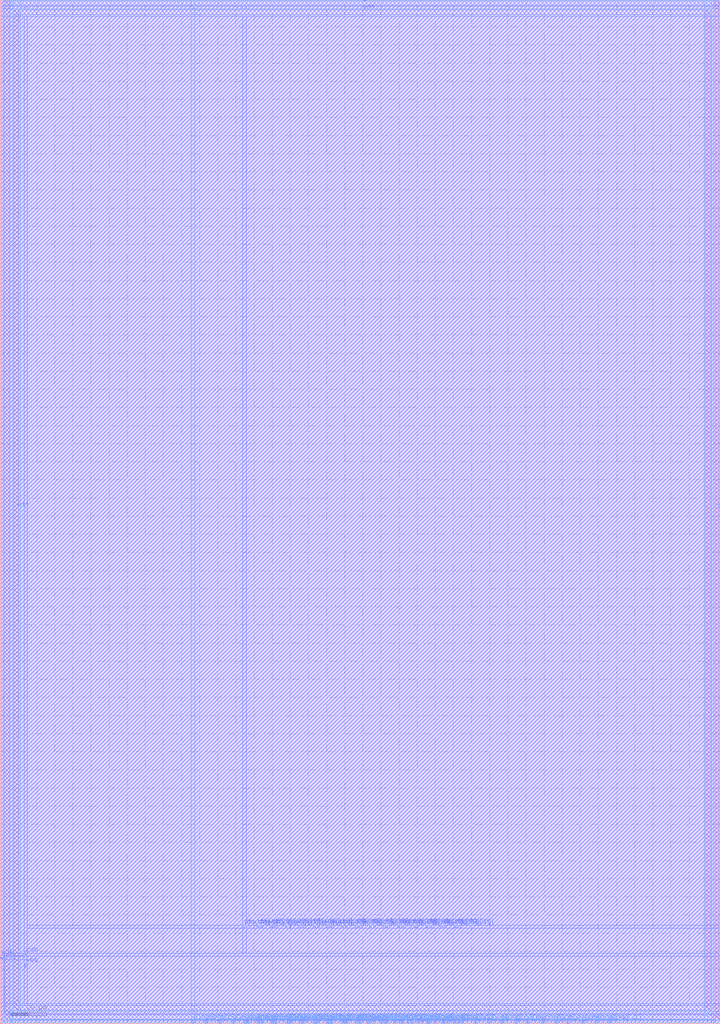
<source format=lef>
VERSION 5.4 ;
NAMESCASESENSITIVE ON ;
BUSBITCHARS "[]" ;
DIVIDERCHAR "/" ;
UNITS
  DATABASE MICRONS 2000 ;
END UNITS
MACRO sram_0rw2r1w_32_128_sky130A
   CLASS BLOCK ;
   SIZE 397.2 BY 564.68 ;
   SYMMETRY X Y R90 ;
   PIN din0[0]
      DIRECTION INPUT ;
      PORT
         LAYER met4 ;
         RECT  106.0 0.0 106.76 1.82 ;
      END
   END din0[0]
   PIN din0[1]
      DIRECTION INPUT ;
      PORT
         LAYER met4 ;
         RECT  113.42 0.0 114.18 1.82 ;
      END
   END din0[1]
   PIN din0[2]
      DIRECTION INPUT ;
      PORT
         LAYER met4 ;
         RECT  120.84 0.0 121.6 1.82 ;
      END
   END din0[2]
   PIN din0[3]
      DIRECTION INPUT ;
      PORT
         LAYER met4 ;
         RECT  128.26 0.0 129.02 1.82 ;
      END
   END din0[3]
   PIN din0[4]
      DIRECTION INPUT ;
      PORT
         LAYER met4 ;
         RECT  136.74 0.0 137.5 1.82 ;
      END
   END din0[4]
   PIN din0[5]
      DIRECTION INPUT ;
      PORT
         LAYER met4 ;
         RECT  144.16 0.0 144.92 1.82 ;
      END
   END din0[5]
   PIN din0[6]
      DIRECTION INPUT ;
      PORT
         LAYER met4 ;
         RECT  150.52 0.0 151.28 1.82 ;
      END
   END din0[6]
   PIN din0[7]
      DIRECTION INPUT ;
      PORT
         LAYER met4 ;
         RECT  159.0 0.0 159.76 1.82 ;
      END
   END din0[7]
   PIN din0[8]
      DIRECTION INPUT ;
      PORT
         LAYER met4 ;
         RECT  165.36 0.0 166.12 1.82 ;
      END
   END din0[8]
   PIN din0[9]
      DIRECTION INPUT ;
      PORT
         LAYER met4 ;
         RECT  173.84 0.0 174.6 1.82 ;
      END
   END din0[9]
   PIN din0[10]
      DIRECTION INPUT ;
      PORT
         LAYER met4 ;
         RECT  181.26 0.0 182.02 1.82 ;
      END
   END din0[10]
   PIN din0[11]
      DIRECTION INPUT ;
      PORT
         LAYER met4 ;
         RECT  188.68 0.0 189.44 1.82 ;
      END
   END din0[11]
   PIN din0[12]
      DIRECTION INPUT ;
      PORT
         LAYER met4 ;
         RECT  196.1 0.0 196.86 1.82 ;
      END
   END din0[12]
   PIN din0[13]
      DIRECTION INPUT ;
      PORT
         LAYER met4 ;
         RECT  202.46 0.0 203.22 1.82 ;
      END
   END din0[13]
   PIN din0[14]
      DIRECTION INPUT ;
      PORT
         LAYER met4 ;
         RECT  209.88 0.0 210.64 1.82 ;
      END
   END din0[14]
   PIN din0[15]
      DIRECTION INPUT ;
      PORT
         LAYER met4 ;
         RECT  217.3 0.0 218.06 1.82 ;
      END
   END din0[15]
   PIN din0[16]
      DIRECTION INPUT ;
      PORT
         LAYER met4 ;
         RECT  224.72 0.0 225.48 1.82 ;
      END
   END din0[16]
   PIN din0[17]
      DIRECTION INPUT ;
      PORT
         LAYER met4 ;
         RECT  232.14 0.0 232.9 1.82 ;
      END
   END din0[17]
   PIN din0[18]
      DIRECTION INPUT ;
      PORT
         LAYER met4 ;
         RECT  239.56 0.0 240.32 1.82 ;
      END
   END din0[18]
   PIN din0[19]
      DIRECTION INPUT ;
      PORT
         LAYER met4 ;
         RECT  246.98 0.0 247.74 1.82 ;
      END
   END din0[19]
   PIN din0[20]
      DIRECTION INPUT ;
      PORT
         LAYER met4 ;
         RECT  254.4 0.0 255.16 1.82 ;
      END
   END din0[20]
   PIN din0[21]
      DIRECTION INPUT ;
      PORT
         LAYER met4 ;
         RECT  261.82 0.0 262.58 1.82 ;
      END
   END din0[21]
   PIN din0[22]
      DIRECTION INPUT ;
      PORT
         LAYER met4 ;
         RECT  269.24 0.0 270.0 1.82 ;
      END
   END din0[22]
   PIN din0[23]
      DIRECTION INPUT ;
      PORT
         LAYER met4 ;
         RECT  276.66 0.0 277.42 1.82 ;
      END
   END din0[23]
   PIN din0[24]
      DIRECTION INPUT ;
      PORT
         LAYER met4 ;
         RECT  284.08 0.0 284.84 1.82 ;
      END
   END din0[24]
   PIN din0[25]
      DIRECTION INPUT ;
      PORT
         LAYER met4 ;
         RECT  290.44 0.0 291.2 1.82 ;
      END
   END din0[25]
   PIN din0[26]
      DIRECTION INPUT ;
      PORT
         LAYER met4 ;
         RECT  298.92 0.0 299.68 1.82 ;
      END
   END din0[26]
   PIN din0[27]
      DIRECTION INPUT ;
      PORT
         LAYER met4 ;
         RECT  306.34 0.0 307.1 1.82 ;
      END
   END din0[27]
   PIN din0[28]
      DIRECTION INPUT ;
      PORT
         LAYER met4 ;
         RECT  312.7 0.0 313.46 1.82 ;
      END
   END din0[28]
   PIN din0[29]
      DIRECTION INPUT ;
      PORT
         LAYER met4 ;
         RECT  321.18 0.0 321.94 1.82 ;
      END
   END din0[29]
   PIN din0[30]
      DIRECTION INPUT ;
      PORT
         LAYER met4 ;
         RECT  328.6 0.0 329.36 1.82 ;
      END
   END din0[30]
   PIN din0[31]
      DIRECTION INPUT ;
      PORT
         LAYER met4 ;
         RECT  336.02 0.0 336.78 1.82 ;
      END
   END din0[31]
   PIN addr[0]
      DIRECTION INPUT ;
      PORT
      END
   END addr[0]
   PIN addr[1]
      DIRECTION INPUT ;
      PORT
      END
   END addr[1]
   PIN addr[2]
      DIRECTION INPUT ;
      PORT
      END
   END addr[2]
   PIN addr[3]
      DIRECTION INPUT ;
      PORT
      END
   END addr[3]
   PIN addr[4]
      DIRECTION INPUT ;
      PORT
      END
   END addr[4]
   PIN addr[5]
      DIRECTION INPUT ;
      PORT
      END
   END addr[5]
   PIN addr[6]
      DIRECTION INPUT ;
      PORT
      END
   END addr[6]
   PIN addr[7]
      DIRECTION INPUT ;
      PORT
      END
   END addr[7]
   PIN addr[8]
      DIRECTION INPUT ;
      PORT
      END
   END addr[8]
   PIN csb
      DIRECTION INPUT ;
      PORT
         LAYER met3 ;
         RECT  13.765 37.895 14.425 38.265 ;
      END
   END csb
   PIN web
      DIRECTION INPUT ;
      PORT
         LAYER met3 ;
         RECT  13.765 31.975 14.425 32.345 ;
      END
   END web
   PIN clk
      DIRECTION INPUT ;
      PORT
         LAYER met3 ;
         RECT  0.0 36.04 1.82 36.8 ;
      END
   END clk
   PIN dout0[0]
      DIRECTION OUTPUT ;
      PORT
         LAYER met4 ;
         RECT  134.62 0.0 135.38 1.82 ;
      END
   END dout0[0]
   PIN dout1[0]
      DIRECTION OUTPUT ;
      PORT
         LAYER met3 ;
         RECT  134.355 53.235 135.015 53.605 ;
      END
   END dout1[0]
   PIN dout0[1]
      DIRECTION OUTPUT ;
      PORT
         LAYER met4 ;
         RECT  135.68 0.0 136.44 1.82 ;
      END
   END dout0[1]
   PIN dout1[1]
      DIRECTION OUTPUT ;
      PORT
         LAYER met3 ;
         RECT  135.715 53.235 136.375 53.605 ;
      END
   END dout1[1]
   PIN dout0[2]
      DIRECTION OUTPUT ;
      PORT
         LAYER met4 ;
         RECT  142.04 0.0 142.8 1.82 ;
      END
   END dout0[2]
   PIN dout1[2]
      DIRECTION OUTPUT ;
      PORT
         LAYER met3 ;
         RECT  142.135 53.235 142.795 53.605 ;
      END
   END dout1[2]
   PIN dout0[3]
      DIRECTION OUTPUT ;
      PORT
         LAYER met4 ;
         RECT  143.1 0.0 143.86 1.82 ;
      END
   END dout0[3]
   PIN dout1[3]
      DIRECTION OUTPUT ;
      PORT
         LAYER met3 ;
         RECT  143.495 53.235 144.155 53.605 ;
      END
   END dout1[3]
   PIN dout0[4]
      DIRECTION OUTPUT ;
      PORT
         LAYER met4 ;
         RECT  149.46 0.0 150.22 1.82 ;
      END
   END dout0[4]
   PIN dout1[4]
      DIRECTION OUTPUT ;
      PORT
         LAYER met3 ;
         RECT  149.915 53.235 150.575 53.605 ;
      END
   END dout1[4]
   PIN dout0[5]
      DIRECTION OUTPUT ;
      PORT
         LAYER met4 ;
         RECT  151.58 0.0 152.34 1.82 ;
      END
   END dout0[5]
   PIN dout1[5]
      DIRECTION OUTPUT ;
      PORT
         LAYER met3 ;
         RECT  151.275 53.235 151.935 53.605 ;
      END
   END dout1[5]
   PIN dout0[6]
      DIRECTION OUTPUT ;
      PORT
         LAYER met4 ;
         RECT  157.94 0.0 158.7 1.82 ;
      END
   END dout0[6]
   PIN dout1[6]
      DIRECTION OUTPUT ;
      PORT
         LAYER met3 ;
         RECT  157.695 53.235 158.355 53.605 ;
      END
   END dout1[6]
   PIN dout0[7]
      DIRECTION OUTPUT ;
      PORT
         LAYER met4 ;
         RECT  160.06 0.0 160.82 1.82 ;
      END
   END dout0[7]
   PIN dout1[7]
      DIRECTION OUTPUT ;
      PORT
         LAYER met3 ;
         RECT  159.055 53.235 159.715 53.605 ;
      END
   END dout1[7]
   PIN dout0[8]
      DIRECTION OUTPUT ;
      PORT
         LAYER met4 ;
         RECT  166.42 0.0 167.18 1.82 ;
      END
   END dout0[8]
   PIN dout1[8]
      DIRECTION OUTPUT ;
      PORT
         LAYER met3 ;
         RECT  165.475 53.235 166.135 53.605 ;
      END
   END dout1[8]
   PIN dout0[9]
      DIRECTION OUTPUT ;
      PORT
         LAYER met4 ;
         RECT  167.48 0.0 168.24 1.82 ;
      END
   END dout0[9]
   PIN dout1[9]
      DIRECTION OUTPUT ;
      PORT
         LAYER met3 ;
         RECT  166.835 53.235 167.495 53.605 ;
      END
   END dout1[9]
   PIN dout0[10]
      DIRECTION OUTPUT ;
      PORT
         LAYER met4 ;
         RECT  172.78 0.0 173.54 1.82 ;
      END
   END dout0[10]
   PIN dout1[10]
      DIRECTION OUTPUT ;
      PORT
         LAYER met3 ;
         RECT  173.255 53.235 173.915 53.605 ;
      END
   END dout1[10]
   PIN dout0[11]
      DIRECTION OUTPUT ;
      PORT
         LAYER met4 ;
         RECT  174.9 0.0 175.66 1.82 ;
      END
   END dout0[11]
   PIN dout1[11]
      DIRECTION OUTPUT ;
      PORT
         LAYER met3 ;
         RECT  174.615 53.235 175.275 53.605 ;
      END
   END dout1[11]
   PIN dout0[12]
      DIRECTION OUTPUT ;
      PORT
         LAYER met4 ;
         RECT  180.2 0.0 180.96 1.82 ;
      END
   END dout0[12]
   PIN dout1[12]
      DIRECTION OUTPUT ;
      PORT
         LAYER met3 ;
         RECT  181.035 53.235 181.695 53.605 ;
      END
   END dout1[12]
   PIN dout0[13]
      DIRECTION OUTPUT ;
      PORT
         LAYER met4 ;
         RECT  182.32 0.0 183.08 1.82 ;
      END
   END dout0[13]
   PIN dout1[13]
      DIRECTION OUTPUT ;
      PORT
         LAYER met3 ;
         RECT  182.395 53.235 183.055 53.605 ;
      END
   END dout1[13]
   PIN dout0[14]
      DIRECTION OUTPUT ;
      PORT
         LAYER met4 ;
         RECT  189.74 0.0 190.5 1.82 ;
      END
   END dout0[14]
   PIN dout1[14]
      DIRECTION OUTPUT ;
      PORT
         LAYER met3 ;
         RECT  188.815 53.235 189.475 53.605 ;
      END
   END dout1[14]
   PIN dout0[15]
      DIRECTION OUTPUT ;
      PORT
         LAYER met4 ;
         RECT  190.8 0.0 191.56 1.82 ;
      END
   END dout0[15]
   PIN dout1[15]
      DIRECTION OUTPUT ;
      PORT
         LAYER met3 ;
         RECT  190.175 53.235 190.835 53.605 ;
      END
   END dout1[15]
   PIN dout0[16]
      DIRECTION OUTPUT ;
      PORT
         LAYER met4 ;
         RECT  197.16 0.0 197.92 1.82 ;
      END
   END dout0[16]
   PIN dout1[16]
      DIRECTION OUTPUT ;
      PORT
         LAYER met3 ;
         RECT  196.595 53.235 197.255 53.605 ;
      END
   END dout1[16]
   PIN dout0[17]
      DIRECTION OUTPUT ;
      PORT
         LAYER met4 ;
         RECT  198.22 0.0 198.98 1.82 ;
      END
   END dout0[17]
   PIN dout1[17]
      DIRECTION OUTPUT ;
      PORT
         LAYER met3 ;
         RECT  197.955 53.235 198.615 53.605 ;
      END
   END dout1[17]
   PIN dout0[18]
      DIRECTION OUTPUT ;
      PORT
         LAYER met4 ;
         RECT  203.52 0.0 204.28 1.82 ;
      END
   END dout0[18]
   PIN dout1[18]
      DIRECTION OUTPUT ;
      PORT
         LAYER met3 ;
         RECT  204.375 53.235 205.035 53.605 ;
      END
   END dout1[18]
   PIN dout0[19]
      DIRECTION OUTPUT ;
      PORT
         LAYER met4 ;
         RECT  205.64 0.0 206.4 1.82 ;
      END
   END dout0[19]
   PIN dout1[19]
      DIRECTION OUTPUT ;
      PORT
         LAYER met3 ;
         RECT  205.735 53.235 206.395 53.605 ;
      END
   END dout1[19]
   PIN dout0[20]
      DIRECTION OUTPUT ;
      PORT
         LAYER met4 ;
         RECT  212.0 0.0 212.76 1.82 ;
      END
   END dout0[20]
   PIN dout1[20]
      DIRECTION OUTPUT ;
      PORT
         LAYER met3 ;
         RECT  212.155 53.235 212.815 53.605 ;
      END
   END dout1[20]
   PIN dout0[21]
      DIRECTION OUTPUT ;
      PORT
         LAYER met4 ;
         RECT  213.06 0.0 213.82 1.82 ;
      END
   END dout0[21]
   PIN dout1[21]
      DIRECTION OUTPUT ;
      PORT
         LAYER met3 ;
         RECT  213.515 53.235 214.175 53.605 ;
      END
   END dout1[21]
   PIN dout0[22]
      DIRECTION OUTPUT ;
      PORT
         LAYER met4 ;
         RECT  220.48 0.0 221.24 1.82 ;
      END
   END dout0[22]
   PIN dout1[22]
      DIRECTION OUTPUT ;
      PORT
         LAYER met3 ;
         RECT  219.935 53.235 220.595 53.605 ;
      END
   END dout1[22]
   PIN dout0[23]
      DIRECTION OUTPUT ;
      PORT
         LAYER met4 ;
         RECT  221.54 0.0 222.3 1.82 ;
      END
   END dout0[23]
   PIN dout1[23]
      DIRECTION OUTPUT ;
      PORT
         LAYER met3 ;
         RECT  221.295 53.235 221.955 53.605 ;
      END
   END dout1[23]
   PIN dout0[24]
      DIRECTION OUTPUT ;
      PORT
         LAYER met4 ;
         RECT  226.84 0.0 227.6 1.82 ;
      END
   END dout0[24]
   PIN dout1[24]
      DIRECTION OUTPUT ;
      PORT
         LAYER met3 ;
         RECT  227.715 53.235 228.375 53.605 ;
      END
   END dout1[24]
   PIN dout0[25]
      DIRECTION OUTPUT ;
      PORT
         LAYER met4 ;
         RECT  230.02 0.0 230.78 1.82 ;
      END
   END dout0[25]
   PIN dout1[25]
      DIRECTION OUTPUT ;
      PORT
         LAYER met3 ;
         RECT  229.075 53.235 229.735 53.605 ;
      END
   END dout1[25]
   PIN dout0[26]
      DIRECTION OUTPUT ;
      PORT
         LAYER met4 ;
         RECT  235.32 0.0 236.08 1.82 ;
      END
   END dout0[26]
   PIN dout1[26]
      DIRECTION OUTPUT ;
      PORT
         LAYER met3 ;
         RECT  235.495 53.235 236.155 53.605 ;
      END
   END dout1[26]
   PIN dout0[27]
      DIRECTION OUTPUT ;
      PORT
         LAYER met4 ;
         RECT  236.38 0.0 237.14 1.82 ;
      END
   END dout0[27]
   PIN dout1[27]
      DIRECTION OUTPUT ;
      PORT
         LAYER met3 ;
         RECT  236.855 53.235 237.515 53.605 ;
      END
   END dout1[27]
   PIN dout0[28]
      DIRECTION OUTPUT ;
      PORT
         LAYER met4 ;
         RECT  243.8 0.0 244.56 1.82 ;
      END
   END dout0[28]
   PIN dout1[28]
      DIRECTION OUTPUT ;
      PORT
         LAYER met3 ;
         RECT  243.275 53.235 243.935 53.605 ;
      END
   END dout1[28]
   PIN dout0[29]
      DIRECTION OUTPUT ;
      PORT
         LAYER met4 ;
         RECT  244.86 0.0 245.62 1.82 ;
      END
   END dout0[29]
   PIN dout1[29]
      DIRECTION OUTPUT ;
      PORT
         LAYER met3 ;
         RECT  244.635 53.235 245.295 53.605 ;
      END
   END dout1[29]
   PIN dout0[30]
      DIRECTION OUTPUT ;
      PORT
         LAYER met4 ;
         RECT  250.16 0.0 250.92 1.82 ;
      END
   END dout0[30]
   PIN dout1[30]
      DIRECTION OUTPUT ;
      PORT
         LAYER met3 ;
         RECT  251.055 53.235 251.715 53.605 ;
      END
   END dout1[30]
   PIN dout0[31]
      DIRECTION OUTPUT ;
      PORT
         LAYER met4 ;
         RECT  252.28 0.0 253.04 1.82 ;
      END
   END dout0[31]
   PIN dout1[31]
      DIRECTION OUTPUT ;
      PORT
         LAYER met3 ;
         RECT  252.415 53.235 253.075 53.605 ;
      END
   END dout1[31]
   PIN vdd
      DIRECTION INOUT ;
      USE POWER ; 
      SHAPE ABUTMENT ; 
      PORT
         LAYER met3 ;
         RECT  7.42 7.42 391.9 10.3 ;
         LAYER met4 ;
         RECT  389.02 7.42 391.9 559.38 ;
         LAYER met3 ;
         RECT  7.42 556.5 391.9 559.38 ;
         LAYER met4 ;
         RECT  7.42 7.42 10.3 559.38 ;
      END
   END vdd
   PIN gnd
      DIRECTION INOUT ;
      USE GROUND ; 
      SHAPE ABUTMENT ; 
      PORT
         LAYER met3 ;
         RECT  2.12 2.12 397.2 5.0 ;
         LAYER met4 ;
         RECT  2.12 2.12 5.0 564.68 ;
         LAYER met3 ;
         RECT  2.12 561.8 397.2 564.68 ;
         LAYER met4 ;
         RECT  394.32 2.12 397.2 564.68 ;
      END
   END gnd
   OBS
   LAYER  met1 ;
      RECT  0.62 0.62 396.58 564.06 ;
   LAYER  met2 ;
      RECT  0.62 0.62 396.58 564.06 ;
   LAYER  met3 ;
      RECT  15.025 37.295 396.58 38.865 ;
      RECT  13.165 32.945 15.025 37.295 ;
      RECT  2.42 35.44 13.165 37.295 ;
      RECT  0.62 37.4 2.42 38.865 ;
      RECT  2.42 37.295 13.165 37.4 ;
      RECT  2.42 37.4 13.165 38.865 ;
      RECT  15.025 38.865 133.755 52.635 ;
      RECT  15.025 52.635 133.755 54.205 ;
      RECT  133.755 38.865 135.615 52.635 ;
      RECT  135.615 38.865 396.58 52.635 ;
      RECT  136.975 52.635 141.535 54.205 ;
      RECT  144.755 52.635 149.315 54.205 ;
      RECT  152.535 52.635 157.095 54.205 ;
      RECT  160.315 52.635 164.875 54.205 ;
      RECT  168.095 52.635 172.655 54.205 ;
      RECT  175.875 52.635 180.435 54.205 ;
      RECT  183.655 52.635 188.215 54.205 ;
      RECT  191.435 52.635 195.995 54.205 ;
      RECT  199.215 52.635 203.775 54.205 ;
      RECT  206.995 52.635 211.555 54.205 ;
      RECT  214.775 52.635 219.335 54.205 ;
      RECT  222.555 52.635 227.115 54.205 ;
      RECT  230.335 52.635 234.895 54.205 ;
      RECT  238.115 52.635 242.675 54.205 ;
      RECT  245.895 52.635 250.455 54.205 ;
      RECT  253.675 52.635 396.58 54.205 ;
      RECT  15.025 10.9 392.5 37.295 ;
      RECT  392.5 6.82 396.58 10.9 ;
      RECT  392.5 10.9 396.58 37.295 ;
      RECT  13.165 10.9 15.025 31.375 ;
      RECT  2.42 6.82 6.82 10.9 ;
      RECT  2.42 10.9 6.82 35.44 ;
      RECT  6.82 10.9 13.165 35.44 ;
      RECT  0.62 38.865 6.82 555.9 ;
      RECT  0.62 555.9 6.82 559.98 ;
      RECT  6.82 38.865 13.165 555.9 ;
      RECT  13.165 38.865 15.025 555.9 ;
      RECT  15.025 54.205 133.755 555.9 ;
      RECT  133.755 54.205 135.615 555.9 ;
      RECT  135.615 54.205 392.5 555.9 ;
      RECT  392.5 54.205 396.58 555.9 ;
      RECT  392.5 555.9 396.58 559.98 ;
      RECT  0.62 0.62 1.52 1.52 ;
      RECT  0.62 1.52 1.52 5.6 ;
      RECT  0.62 5.6 1.52 35.44 ;
      RECT  1.52 0.62 2.42 1.52 ;
      RECT  1.52 5.6 2.42 35.44 ;
      RECT  15.025 0.62 392.5 1.52 ;
      RECT  15.025 5.6 392.5 6.82 ;
      RECT  392.5 0.62 396.58 1.52 ;
      RECT  392.5 5.6 396.58 6.82 ;
      RECT  13.165 0.62 15.025 1.52 ;
      RECT  13.165 5.6 15.025 6.82 ;
      RECT  2.42 0.62 6.82 1.52 ;
      RECT  2.42 5.6 6.82 6.82 ;
      RECT  6.82 0.62 13.165 1.52 ;
      RECT  6.82 5.6 13.165 6.82 ;
      RECT  0.62 559.98 1.52 561.2 ;
      RECT  0.62 561.2 1.52 564.06 ;
      RECT  1.52 559.98 6.82 561.2 ;
      RECT  6.82 559.98 13.165 561.2 ;
      RECT  13.165 559.98 15.025 561.2 ;
      RECT  15.025 559.98 133.755 561.2 ;
      RECT  133.755 559.98 135.615 561.2 ;
      RECT  135.615 559.98 392.5 561.2 ;
      RECT  392.5 559.98 396.58 561.2 ;
   LAYER  met4 ;
      RECT  105.4 2.42 107.36 564.06 ;
      RECT  107.36 0.62 112.82 2.42 ;
      RECT  114.78 0.62 120.24 2.42 ;
      RECT  122.2 0.62 127.66 2.42 ;
      RECT  255.76 0.62 261.22 2.42 ;
      RECT  263.18 0.62 268.64 2.42 ;
      RECT  270.6 0.62 276.06 2.42 ;
      RECT  278.02 0.62 283.48 2.42 ;
      RECT  285.44 0.62 289.84 2.42 ;
      RECT  291.8 0.62 298.32 2.42 ;
      RECT  300.28 0.62 305.74 2.42 ;
      RECT  307.7 0.62 312.1 2.42 ;
      RECT  314.06 0.62 320.58 2.42 ;
      RECT  322.54 0.62 328.0 2.42 ;
      RECT  329.96 0.62 335.42 2.42 ;
      RECT  129.62 0.62 134.02 2.42 ;
      RECT  138.1 0.62 141.44 2.42 ;
      RECT  145.52 0.62 148.86 2.42 ;
      RECT  152.94 0.62 157.34 2.42 ;
      RECT  161.42 0.62 164.76 2.42 ;
      RECT  168.84 0.62 172.18 2.42 ;
      RECT  176.26 0.62 179.6 2.42 ;
      RECT  183.68 0.62 188.08 2.42 ;
      RECT  192.16 0.62 195.5 2.42 ;
      RECT  199.58 0.62 201.86 2.42 ;
      RECT  204.88 0.62 205.04 2.42 ;
      RECT  207.0 0.62 209.28 2.42 ;
      RECT  211.24 0.62 211.4 2.42 ;
      RECT  214.42 0.62 216.7 2.42 ;
      RECT  218.66 0.62 219.88 2.42 ;
      RECT  222.9 0.62 224.12 2.42 ;
      RECT  226.08 0.62 226.24 2.42 ;
      RECT  228.2 0.62 229.42 2.42 ;
      RECT  231.38 0.62 231.54 2.42 ;
      RECT  233.5 0.62 234.72 2.42 ;
      RECT  237.74 0.62 238.96 2.42 ;
      RECT  240.92 0.62 243.2 2.42 ;
      RECT  246.22 0.62 246.38 2.42 ;
      RECT  248.34 0.62 249.56 2.42 ;
      RECT  251.52 0.62 251.68 2.42 ;
      RECT  253.64 0.62 253.8 2.42 ;
      RECT  107.36 2.42 388.42 6.82 ;
      RECT  107.36 6.82 388.42 559.98 ;
      RECT  107.36 559.98 388.42 564.06 ;
      RECT  388.42 2.42 392.5 6.82 ;
      RECT  388.42 559.98 392.5 564.06 ;
      RECT  6.82 2.42 10.9 6.82 ;
      RECT  6.82 559.98 10.9 564.06 ;
      RECT  10.9 2.42 105.4 6.82 ;
      RECT  10.9 6.82 105.4 559.98 ;
      RECT  10.9 559.98 105.4 564.06 ;
      RECT  0.62 0.62 1.52 1.52 ;
      RECT  0.62 1.52 1.52 2.42 ;
      RECT  1.52 0.62 5.6 1.52 ;
      RECT  5.6 0.62 105.4 1.52 ;
      RECT  5.6 1.52 105.4 2.42 ;
      RECT  0.62 2.42 1.52 6.82 ;
      RECT  5.6 2.42 6.82 6.82 ;
      RECT  0.62 6.82 1.52 559.98 ;
      RECT  5.6 6.82 6.82 559.98 ;
      RECT  0.62 559.98 1.52 564.06 ;
      RECT  5.6 559.98 6.82 564.06 ;
      RECT  337.38 0.62 393.72 1.52 ;
      RECT  337.38 1.52 393.72 2.42 ;
      RECT  393.72 0.62 396.58 1.52 ;
      RECT  392.5 2.42 393.72 6.82 ;
      RECT  392.5 6.82 393.72 559.98 ;
      RECT  392.5 559.98 393.72 564.06 ;
   END
END    sram_0rw2r1w_32_128_sky130A
END    LIBRARY

</source>
